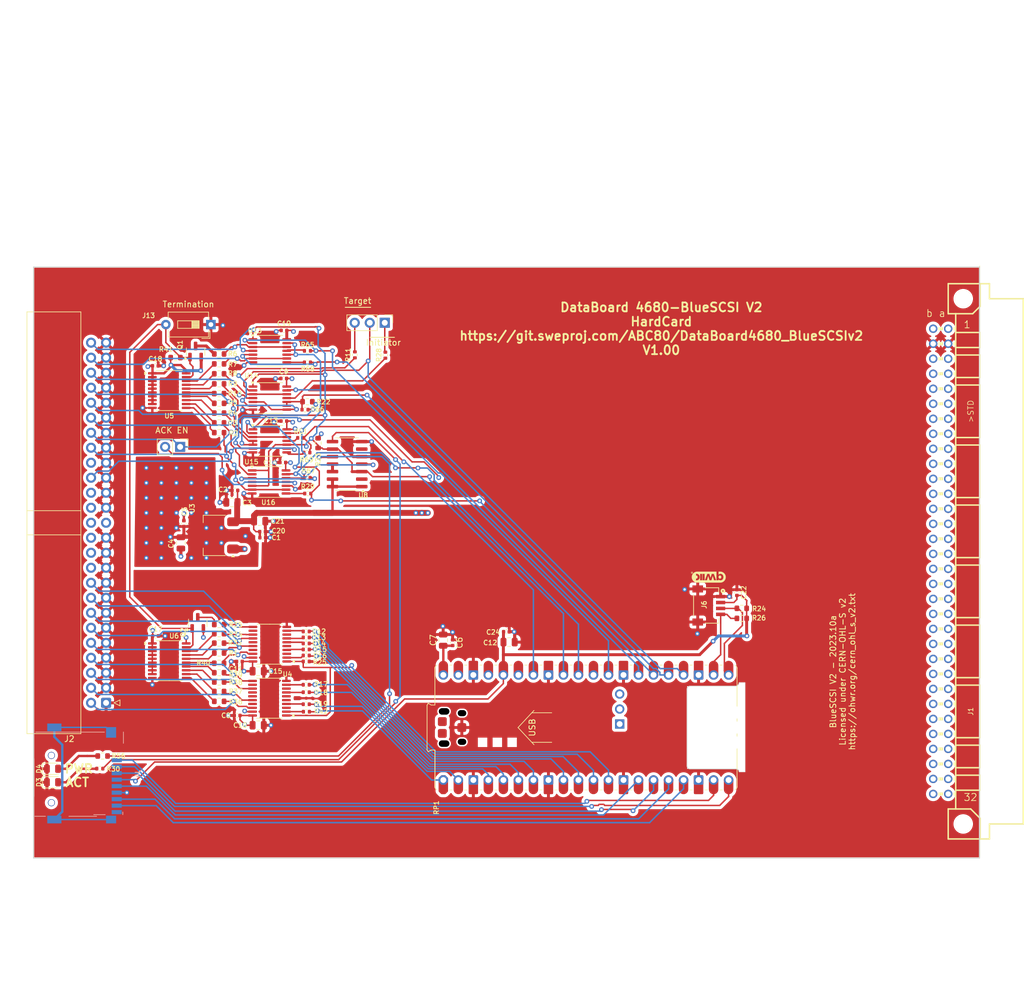
<source format=kicad_pcb>
(kicad_pcb
	(version 20240108)
	(generator "pcbnew")
	(generator_version "8.0")
	(general
		(thickness 1.6)
		(legacy_teardrops no)
	)
	(paper "A4")
	(layers
		(0 "F.Cu" signal)
		(1 "In1.Cu" signal)
		(2 "In2.Cu" signal)
		(31 "B.Cu" signal)
		(32 "B.Adhes" user "B.Adhesive")
		(33 "F.Adhes" user "F.Adhesive")
		(34 "B.Paste" user)
		(35 "F.Paste" user)
		(36 "B.SilkS" user "B.Silkscreen")
		(37 "F.SilkS" user "F.Silkscreen")
		(38 "B.Mask" user)
		(39 "F.Mask" user)
		(40 "Dwgs.User" user "User.Drawings")
		(41 "Cmts.User" user "User.Comments")
		(42 "Eco1.User" user "User.Eco1")
		(43 "Eco2.User" user "User.Eco2")
		(44 "Edge.Cuts" user)
		(45 "Margin" user)
		(46 "B.CrtYd" user "B.Courtyard")
		(47 "F.CrtYd" user "F.Courtyard")
		(48 "B.Fab" user)
		(49 "F.Fab" user)
	)
	(setup
		(stackup
			(layer "F.SilkS"
				(type "Top Silk Screen")
			)
			(layer "F.Paste"
				(type "Top Solder Paste")
			)
			(layer "F.Mask"
				(type "Top Solder Mask")
				(thickness 0.01)
			)
			(layer "F.Cu"
				(type "copper")
				(thickness 0.035)
			)
			(layer "dielectric 1"
				(type "prepreg")
				(thickness 0.1)
				(material "FR4")
				(epsilon_r 4.5)
				(loss_tangent 0.02)
			)
			(layer "In1.Cu"
				(type "copper")
				(thickness 0.035)
			)
			(layer "dielectric 2"
				(type "core")
				(thickness 1.24)
				(material "FR4")
				(epsilon_r 4.5)
				(loss_tangent 0.02)
			)
			(layer "In2.Cu"
				(type "copper")
				(thickness 0.035)
			)
			(layer "dielectric 3"
				(type "prepreg")
				(thickness 0.1)
				(material "FR4")
				(epsilon_r 4.5)
				(loss_tangent 0.02)
			)
			(layer "B.Cu"
				(type "copper")
				(thickness 0.035)
			)
			(layer "B.Mask"
				(type "Bottom Solder Mask")
				(thickness 0.01)
			)
			(layer "B.Paste"
				(type "Bottom Solder Paste")
			)
			(layer "B.SilkS"
				(type "Bottom Silk Screen")
			)
			(copper_finish "None")
			(dielectric_constraints no)
		)
		(pad_to_mask_clearance 0)
		(allow_soldermask_bridges_in_footprints no)
		(aux_axis_origin 100 63.8)
		(pcbplotparams
			(layerselection 0x00010fc_ffffffff)
			(plot_on_all_layers_selection 0x0000000_00000000)
			(disableapertmacros no)
			(usegerberextensions no)
			(usegerberattributes yes)
			(usegerberadvancedattributes yes)
			(creategerberjobfile yes)
			(dashed_line_dash_ratio 12.000000)
			(dashed_line_gap_ratio 3.000000)
			(svgprecision 6)
			(plotframeref no)
			(viasonmask no)
			(mode 1)
			(useauxorigin no)
			(hpglpennumber 1)
			(hpglpenspeed 20)
			(hpglpendiameter 15.000000)
			(pdf_front_fp_property_popups yes)
			(pdf_back_fp_property_popups yes)
			(dxfpolygonmode yes)
			(dxfimperialunits yes)
			(dxfusepcbnewfont yes)
			(psnegative no)
			(psa4output no)
			(plotreference yes)
			(plotvalue yes)
			(plotfptext yes)
			(plotinvisibletext no)
			(sketchpadsonfab no)
			(subtractmaskfromsilk no)
			(outputformat 1)
			(mirror no)
			(drillshape 0)
			(scaleselection 1)
			(outputdirectory "gerber")
		)
	)
	(net 0 "")
	(net 1 "GND")
	(net 2 "+2V8")
	(net 3 "+5V")
	(net 4 "iATN")
	(net 5 "oIO")
	(net 6 "oREQ")
	(net 7 "oSEL")
	(net 8 "oBSY")
	(net 9 "SD_CLK")
	(net 10 "oCD_iSEL")
	(net 11 "ATN")
	(net 12 "BSY")
	(net 13 "DBP")
	(net 14 "ACK")
	(net 15 "RST")
	(net 16 "MSG")
	(net 17 "SEL")
	(net 18 "CD")
	(net 19 "REQ")
	(net 20 "IO")
	(net 21 "DB7")
	(net 22 "DB6")
	(net 23 "DB5")
	(net 24 "DB4")
	(net 25 "DB3")
	(net 26 "DB2")
	(net 27 "DB1")
	(net 28 "DB0")
	(net 29 "+3V3")
	(net 30 "oMSG_iBSY")
	(net 31 "+5F")
	(net 32 "SD_CMD_MOSI")
	(net 33 "DB4T")
	(net 34 "DB5T")
	(net 35 "DB6T")
	(net 36 "DB7T")
	(net 37 "DBPT")
	(net 38 "DB0T")
	(net 39 "DB1T")
	(net 40 "DB3T")
	(net 41 "DB2T")
	(net 42 "SD_D0_MISO")
	(net 43 "DBPTr")
	(net 44 "Net-(D3-A)")
	(net 45 "Net-(D4-A)")
	(net 46 "SD_D1")
	(net 47 "SD_D2")
	(net 48 "unconnected-(J2-Pin_22-Pad22)")
	(net 49 "unconnected-(J2-Pin_20-Pad20)")
	(net 50 "unconnected-(J2-Pin_25-Pad25)")
	(net 51 "SD_D3_CS")
	(net 52 "iRST")
	(net 53 "unconnected-(J2-Pin_24-Pad24)")
	(net 54 "iACK")
	(net 55 "unconnected-(J2-Pin_30-Pad30)")
	(net 56 "unconnected-(J2-Pin_28-Pad28)")
	(net 57 "unconnected-(J2-Pin_34-Pad34)")
	(net 58 "SCL")
	(net 59 "iSEL")
	(net 60 "TRM_ON_J")
	(net 61 "unconnected-(J4-SHIELD-Pad10)")
	(net 62 "unconnected-(J4-CD-Pad9)")
	(net 63 "unconnected-(U8-Pad2)")
	(net 64 "Net-(J10-Pin_3)")
	(net 65 "Net-(J10-Pin_1)")
	(net 66 "Net-(R56-Pad1)")
	(net 67 "Net-(U8-Pad11)")
	(net 68 "Net-(Q1-D)")
	(net 69 "iBSY")
	(net 70 "iCD")
	(net 71 "iMSG")
	(net 72 "iIO")
	(net 73 "oACK")
	(net 74 "iREQ")
	(net 75 "SDA")
	(net 76 "Net-(Q2-D)")
	(net 77 "Net-(U5-B8)")
	(net 78 "Net-(U5-B7)")
	(net 79 "Net-(U5-B6)")
	(net 80 "Net-(U5-B5)")
	(net 81 "Net-(U5-B1)")
	(net 82 "Net-(U5-B2)")
	(net 83 "Net-(U5-B3)")
	(net 84 "Net-(U5-B4)")
	(net 85 "Net-(RP1-G8)")
	(net 86 "Net-(RP1-G7)")
	(net 87 "Net-(RP1-G6)")
	(net 88 "Net-(RP1-G5)")
	(net 89 "Net-(RP1-G4)")
	(net 90 "Net-(RP1-G3)")
	(net 91 "!oBSY")
	(net 92 "Net-(RP1-G2)")
	(net 93 "Net-(RP1-G1)")
	(net 94 "Net-(RP1-G0)")
	(net 95 "Net-(RP1-G28)")
	(net 96 "unconnected-(RP1-ADC_VREF-Pad35)")
	(net 97 "unconnected-(RP1-3v3_EN-Pad37)")
	(net 98 "unconnected-(RP1-VSYS-Pad39)")
	(net 99 "unconnected-(RP1-RUN-Pad30)")
	(net 100 "unconnected-(U4-B5-Pad14)")
	(net 101 "unconnected-(U4-A5-Pad6)")
	(net 102 "USB_DM")
	(net 103 "USB_DP")
	(net 104 "ACKDr")
	(net 105 "Net-(R30-Pad1)")
	(net 106 "unconnected-(U8-Pad6)")
	(net 107 "unconnected-(U4-A2-Pad3)")
	(net 108 "unconnected-(U4-B4-Pad15)")
	(net 109 "unconnected-(U4-A7-Pad8)")
	(net 110 "unconnected-(U4-B2-Pad17)")
	(net 111 "unconnected-(U4-B7-Pad12)")
	(net 112 "unconnected-(U4-A4-Pad5)")
	(net 113 "unconnected-(U9-B7-Pad12)")
	(net 114 "unconnected-(U9-B4-Pad15)")
	(net 115 "unconnected-(U9-A2-Pad3)")
	(net 116 "unconnected-(U9-A7-Pad8)")
	(net 117 "unconnected-(U9-A4-Pad5)")
	(net 118 "unconnected-(U9-B2-Pad17)")
	(net 119 "unconnected-(J1-Pin_b9-PadB9)")
	(net 120 "unconnected-(J1-Pin_a26-PadA26)")
	(net 121 "unconnected-(J1-Pin_b18-PadB18)")
	(net 122 "unconnected-(J1-Pin_b4-PadB4)")
	(net 123 "unconnected-(J1-Pin_a28-PadA28)")
	(net 124 "unconnected-(J1-Pin_b3-PadB3)")
	(net 125 "unconnected-(J1-Pin_a19-PadA19)")
	(net 126 "unconnected-(J1-Pin_a8-PadA8)")
	(net 127 "unconnected-(J1-Pin_a17-PadA17)")
	(net 128 "unconnected-(J1-Pin_a9-PadA9)")
	(net 129 "unconnected-(J1-Pin_a22-PadA22)")
	(net 130 "unconnected-(J1-Pin_a30-PadA30)")
	(net 131 "unconnected-(J1-Pin_b12-PadB12)")
	(net 132 "unconnected-(J1-Pin_b23-PadB23)")
	(net 133 "unconnected-(J1-Pin_a27-PadA27)")
	(net 134 "unconnected-(J1-Pin_b11-PadB11)")
	(net 135 "unconnected-(J1-Pin_a5-PadA5)")
	(net 136 "unconnected-(J1-Pin_a3-PadA3)")
	(net 137 "unconnected-(J1-Pin_a10-PadA10)")
	(net 138 "unconnected-(J1-Pin_a4-PadA4)")
	(net 139 "unconnected-(J1-Pin_a13-PadA13)")
	(net 140 "unconnected-(J1-Pin_b26-PadB26)")
	(net 141 "unconnected-(J1-Pin_b20-PadB20)")
	(net 142 "unconnected-(J1-Pin_b22-PadB22)")
	(net 143 "unconnected-(J1-Pin_b28-PadB28)")
	(net 144 "unconnected-(J1-Pin_a15-PadA15)")
	(net 145 "unconnected-(J1-Pin_b19-PadB19)")
	(net 146 "unconnected-(J1-Pin_a7-PadA7)")
	(net 147 "unconnected-(J1-Pin_b6-PadB6)")
	(net 148 "unconnected-(J1-Pin_a12-PadA12)")
	(net 149 "unconnected-(J1-Pin_b25-PadB25)")
	(net 150 "unconnected-(J1-Pin_b30-PadB30)")
	(net 151 "unconnected-(J1-Pin_b1-PadB1)")
	(net 152 "unconnected-(J1-Pin_b21-PadB21)")
	(net 153 "unconnected-(J1-Pin_a25-PadA25)")
	(net 154 "unconnected-(J1-Pin_b29-PadB29)")
	(net 155 "unconnected-(J1-Pin_b17-PadB17)")
	(net 156 "unconnected-(J1-Pin_b7-PadB7)")
	(net 157 "unconnected-(J1-Pin_a18-PadA18)")
	(net 158 "unconnected-(J1-Pin_a20-PadA20)")
	(net 159 "unconnected-(J1-Pin_b15-PadB15)")
	(net 160 "unconnected-(J1-Pin_b32-PadB32)")
	(net 161 "unconnected-(J1-Pin_b8-PadB8)")
	(net 162 "unconnected-(J1-Pin_a6-PadA6)")
	(net 163 "unconnected-(J1-Pin_a23-PadA23)")
	(net 164 "unconnected-(J1-Pin_b27-PadB27)")
	(net 165 "unconnected-(J1-Pin_a1-PadA1)")
	(net 166 "unconnected-(J1-Pin_b13-PadB13)")
	(net 167 "unconnected-(J1-Pin_b16-PadB16)")
	(net 168 "unconnected-(J1-Pin_a14-PadA14)")
	(net 169 "unconnected-(J1-Pin_b5-PadB5)")
	(net 170 "unconnected-(J1-Pin_a32-PadA32)")
	(net 171 "unconnected-(J1-Pin_b10-PadB10)")
	(net 172 "unconnected-(J1-Pin_a16-PadA16)")
	(net 173 "unconnected-(J1-Pin_b14-PadB14)")
	(net 174 "unconnected-(J1-Pin_a11-PadA11)")
	(net 175 "unconnected-(J1-Pin_a21-PadA21)")
	(net 176 "unconnected-(J1-Pin_b24-PadB24)")
	(net 177 "unconnected-(J1-Pin_a29-PadA29)")
	(net 178 "unconnected-(J1-Pin_a24-PadA24)")
	(net 179 "Net-(U6-B3)")
	(net 180 "Net-(U6-B2)")
	(net 181 "Net-(U6-B1)")
	(net 182 "Net-(U6-B8)")
	(net 183 "Net-(U6-B7)")
	(net 184 "Net-(U6-B6)")
	(net 185 "Net-(U6-B5)")
	(net 186 "Net-(U6-B4)")
	(net 187 "unconnected-(RP1-ADC_VREF-Pad35)_1")
	(net 188 "unconnected-(RP1-VSYS-Pad39)_1")
	(net 189 "unconnected-(RP1-3v3_EN-Pad37)_1")
	(net 190 "unconnected-(RP1-RUN-Pad30)_1")
	(footprint "Capacitor_SMD:C_0805_2012Metric" (layer "F.Cu") (at 113.538 99.822 180))
	(footprint "Capacitor_SMD:C_0805_2012Metric" (layer "F.Cu") (at 104.902 106.68 -90))
	(footprint "Package_TO_SOT_SMD:SOT-223-3_TabPin2" (layer "F.Cu") (at 110.592 105.41 180))
	(footprint "Capacitor_SMD:C_0402_1005Metric" (layer "F.Cu") (at 118.745 105.791))
	(footprint "Capacitor_SMD:C_0402_1005Metric" (layer "F.Cu") (at 114.046 97.79 180))
	(footprint "Capacitor_SMD:C_0402_1005Metric" (layer "F.Cu") (at 105.41 103.406 90))
	(footprint "Capacitor_SMD:C_0805_2012Metric" (layer "F.Cu") (at 160.4264 123.4694))
	(footprint "Resistor_SMD:R_0402_1005Metric" (layer "F.Cu") (at 126.1384 135.255 180))
	(footprint "Resistor_SMD:R_0603_1608Metric" (layer "F.Cu") (at 91.6686 142.748 180))
	(footprint "Resistor_SMD:R_0402_1005Metric" (layer "F.Cu") (at 125.9078 84.1248 180))
	(footprint "Resistor_SMD:R_0402_1005Metric" (layer "F.Cu") (at 91.186 144.8816 180))
	(footprint "Package_TO_SOT_SMD:SOT-23" (layer "F.Cu") (at 107.3912 74.2927 90))
	(footprint "Resistor_SMD:R_0603_1608Metric" (layer "F.Cu") (at 111.3793 128.6486))
	(footprint "Capacitor_SMD:C_0402_1005Metric" (layer "F.Cu") (at 100.612 122.428))
	(footprint "Resistor_SMD:R_0402_1005Metric" (layer "F.Cu") (at 126.113 125.73 180))
	(footprint "Resistor_SMD:R_0603_1608Metric" (layer "F.Cu") (at 111.379 84.709))
	(footprint "Resistor_SMD:R_0603_1608Metric" (layer "F.Cu") (at 199.788741 117.752345))
	(footprint "Resistor_SMD:R_0402_1005Metric" (layer "F.Cu") (at 126.2614 95.6564))
	(footprint "Connector_IDC:IDC-Header_2x25_P2.54mm_Horizontal" (layer "F.Cu") (at 92.25 133.75 180))
	(footprint "Resistor_SMD:R_0603_1608Metric" (layer "F.Cu") (at 111.3793 123.6448))
	(footprint "Package_SO:TSSOP-20_4.4x6.5mm_P0.65mm" (layer "F.Cu") (at 102.9385 80.895))
	(footprint "Resistor_SMD:R_0603_1608Metric" (layer "F.Cu") (at 111.3831 133.5))
	(footprint "Resistor_SMD:R_0603_1608Metric" (layer "F.Cu") (at 111.379 83.058))
	(footprint "Package_SO:TSSOP-14_4.4x5mm_P0.65mm" (layer "F.Cu") (at 119.9565 82.169))
	(footprint "BlackSASI:FAB64Q"
		(layer "F.Cu")
		(uuid "26208410-b861-443a-96ab-4be8c1b4e911")
		(at 237.25 109.8)
		(descr "<b>DIN 41612 CONNECTOR</b>\n<p>\nMale, 64 pins, type B, rows ab, grid 2.54 mm<br />\nFemale, 64 bits, type Q, rows ab, grid 2.54 mm<br />\nB mates with Q, but pin numbers reversed\n</p>")
		(property "Reference" "J1"
			(at 1.27 25.4 90)
			(layer "F.SilkS")
			(uuid "13087239-ed6a-43c7-b15a-24cec44e09eb")
			(effects
				(font
					(size 0.8 0.8)
					(thickness 0.12065)
				)
			)
		)
		(property "Value" "Conn_02x32_Row_Letter_First"
			(at 1.27 5.1054 90)
			(layer "F.Fab")
			(uuid "6247e465-381f-4619-8f0a-f9e43208278e")
			(effects
				(font
					(size 1.2065 1.2065)
					(thickness 0.12065)
				)
			)
		)
		(property "Footprint" "BlackSASI:FAB64Q"
			(at 0 0 0)
			(layer "F.Fab")
			(hide yes)
			(uuid "d027eda5-0b2f-421a-a229-90d8e6b161e1")
			(effects
				(font
					(size 1.27 1.27)
					(thickness 0.15)
				)
			)
		)
		(property "Datasheet" ""
			(at 0 0 0)
			(layer "F.Fab")
			(hide yes)
			(uuid "20ec8b47-169f-427a-a1cf-5fdfef213965")
			(effects
				(font
					(size 1.27 1.27)
					(thickness 0.15)
				)
			)
		)
		(property "Description" "Generic connector, double row, 02x32, row letter first pin numbering scheme (pin number consists of a letter for the row and a number for the pin index in this row. a1, ..., aN; b1, ..., bN), script generated (kicad-library-utils/schlib/autogen/connector/)"
			(at 0 0 0)
			(layer "F.Fab")
			(hide yes)
			(uuid "f08dad7b-b8e7-42e9-9ba5-c348c261e890")
			(effects
				(font
					(size 1.27 1.27)
					(thickness 0.15)
				)
			)
		)
		(property "JLC Part#" ""
			(at 0 0 0)
			(unlocked yes)
			(layer "F.Fab")
			(hide yes)
			(uuid "19db3a7e-b123-427f-a3fd-8724e1b058f8")
			(effects
				(font
					(size 1 1)
					(thickness 0.15)
				)
			)
		)
		(property ki_fp_filters "Connector*:*_2x??_*")
		(path "/f03a5fc0-9798-4033-842c-4371c8fa3a63/0da800b7-5ded-4613-a609-6dc6dede600b")
		(sheetname "SCSI_And_Power")
		(sheetfile "SCSI_And_Power.kicad_sch")
		(attr through_hole)
		(fp_line
			(start -2.54 -46.99)
			(end -2.54 -41.91)
			(stroke
				(width 0.254)
				(type solid)
			)
			(layer "F.SilkS")
			(uuid "7fe355ae-2b60-419b-8ca9-7b773909a919")
		)
		(fp_line
			(start -2.54 -41.91)
			(end -1.27 -41.91)
			(stroke
				(width 0.254)
				(type solid)
			)
			(layer "F.SilkS")
			(uuid "ca1eea0f-6eec-4e05-80d6-f9e06a356ad1")
		)
		(fp_line
			(start -2.54 41.91)
			(end -2.54 46.99)
			(stroke
				(width 0.254)
				(type solid)
			)
			(layer "F.SilkS")
			(uuid "747409f7-f7e6-403b-8eb1-5e72662ec4c1")
		)
		(fp_line
			(start -2.54 41.91)
			(end -1.27 41.91)
			(stroke
				(width 0.254)
				(type solid)
			)
			(layer "F.SilkS")
			(uuid "9d42bcf1-305e-4df9-9642-4a9807f0269d")
		)
		(fp_line
			(start -2.54 46.99)
			(end 2.8702 46.99)
			(stroke
				(width 0.254)
				(type solid)
			)
			(layer "F.SilkS")
			(uuid "3e519f2c-1d97-4dc1-b426-e217a2f6715a")
		)
		(fp_line
			(start -1.27 -41.91)
			(end -1.27 -38.735)
			(stroke
				(width 0.254)
				(type solid)
			)
			(layer "F.SilkS")
			(uuid "c29f44a0-7057-40a5-8b1b-3f708fc410d9")
		)
		(fp_line
			(start -1.27 -41.91)
			(end 1.6002 -41.91)
			(stroke
				(width 0.254)
				(type solid)
			)
			(layer "F.SilkS")
			(uuid "5e33f08f-357a-45af-be65-18a5f560d149")
		)
		(fp_line
			(start -1.27 -38.735)
			(end -1.27 -36.195)
			(stroke
				(width 0.254)
				(type solid)
			)
			(layer "F.SilkS")
			(uuid "a8d1c501-979d-45c0-a2d5-c4c5b1bffe42")
		)
		(fp_line
			(start -1.27 -36.195)
			(end -1.27 -34.925)
			(stroke
				(width 0.254)
				(type solid)
			)
			(layer "F.SilkS")
			(uuid "f1031821-08fa-43c6-a8ec-9ad6491f88ee")
		)
		(fp_line
			(start -1.27 -34.925)
			(end -1.27 -31.115)
			(stroke
				(width 0.254)
				(type solid)
			)
			(layer "F.SilkS")
			(uuid "9a4aa2cb-8636-47b9-9dc5-22e90707da90")
		)
		(fp_line
			(start -1.27 -31.115)
			(end -1.27 -29.845)
			(stroke
				(width 0.254)
				(type solid)
			)
			(layer "F.SilkS")
			(uuid "14b5d4bd-ef60-445b-9e3a-ff45b7e111f5")
		)
		(fp_line
			(start -1.27 -29.845)
			(end -1.27 -20.955)
			(stroke
				(width 0.254)
				(type solid)
			)
			(layer "F.SilkS")
			(uuid "020b770c-6288-4c35-a64d-cff6006c4bd6")
		)
		(fp_line
			(start -1.27 -20.955)
			(end -1.27 -19.685)
			(stroke
				(width 0.254)
				(type solid)
			)
			(layer "F.SilkS")
			(uuid "2a344c93-ff9a-4149-8601-597681d1c130")
		)
		(fp_line
			(start -1.27 -19.685)
			(end -1.27 -10.795)
			(stroke
				(width 0.254)
				(type solid)
			)
			(layer "F.SilkS")
			(uuid "3551ea3d-4a5a-4e7a-a9d1-e6cead56cfad")
		)
		(fp_line
			(start -1.27 -10.795)
			(end -1.27 -9.525)
			(stroke
				(width 0.254)
				(type solid)
			)
			(layer "F.SilkS")
			(uuid "c742c6fa-fe37-41fd-aa9c-94d9784ff366")
		)
		(fp_line
			(start -1.27 -9.525)
			(end -1.27 -0.635)
			(stroke
				(width 0.254)
				(type solid)
			)
			(layer "F.SilkS")
			(uuid "40802b4a-bde8-4270-b283-d48de14e2940")
		)
		(fp_line
			(start -1.27 -0.635)
			(end -1.27 0.635)
			(stroke
				(width 0.254)
				(type solid)
			)
			(layer "F.SilkS")
			(uuid "7e5e78a6-db3e-4d72-adea-da016d8b50b7")
		)
		(fp_line
			(start -1.27 0.635)
			(end -1.27 9.525)
			(stroke
				(width 0.254)
				(type solid)
			)
			(layer "F.SilkS")
			(uuid "ea9317b7-fbb6-45ef-9734-2d7e2d0c1c4b")
		)
		(fp_line
			(start -1.27 9.525)
			(end -1.27 10.795)
			(stroke
				(width 0.254)
				(type solid)
			)
			(layer "F.SilkS")
			(uuid "6ef6cc35-22ff-456b-b5ca-3e8989abc4aa")
		)
		(fp_line
			(start -1.27 10.795)
			(end -1.27 19.685)
			(stroke
				(width 0.254)
				(type solid)
			)
			(layer "F.SilkS")
			(uuid "c0acbf16-6105-4222-82c0-f139af1464df")
		)
		(fp_line
			(start -1.27 19.685)
			(end -1.27 20.955)
			(stroke
				(width 0.254)
				(type solid)
			)
			(layer "F.SilkS")
			(uuid "ca96b7e3-84a6-425e-99c0-0ce1c647a6e8")
		)
		(fp_line
			(start -1.27 20.955)
			(end -1.27 29.845)
			(stroke
				(width 0.254)
				(type solid)
			)
			(layer "F.SilkS")
			(uuid "330dbb8a-4b18-4a61-a1f3-037b91e215dc")
		)
		(fp_line
			(start -1.27 29.845)
			(end -1.27 31.115)
			(stroke
				(width 0.254)
				(type solid)
			)
			(layer "F.SilkS")
			(uuid "5fdf6a28-2b27-4159-81b7-ece58a025484")
		)
		(fp_line
			(start -1.27 31.115)
			(end -1.27 34.925)
			(stroke
				(width 0.254)
				(type solid)
			)
			(layer "F.SilkS")
			(uuid "a8229095-8e57-453a-8daa-5478505adf88")
		)
		(fp_line
			(start -1.27 34.925)
			(end -1.27 36.195)
			(stroke
				(width 0.254)
				(type solid)
			)
			(layer "F.SilkS")
			(uuid "9c3dcb23-dd18-4d3b-b295-374cc9954177")
		)
		(fp_line
			(start -1.27 36.195)
			(end -1.27 38.735)
			(stroke
				(width 0.254)
				(type solid)
			)
			(layer "F.SilkS")
			(uuid "11cd697a-6a19-477f-9092-fa42d0667cb8")
		)
		(fp_line
			(start -1.27 38.735)
			(end -1.27 41.91)
			(stroke
				(width 0.254)
				(type solid)
			)
			(layer "F.SilkS")
			(uuid "9b79be80-9070-4cf0-9b6c-38c0df5055cf")
		)
		(fp_line
			(start -1.27 41.91)
			(end 1.27 41.91)
			(stroke
				(width 0.254)
				(type solid)
			)
			(layer "F.SilkS")
			(uuid "1c46a719-d2b7-48f8-8b81-4ec08943bb79")
		)
		(fp_line
			(start 1.6002 -41.91)
			(end 2.8702 -43.18)
			(stroke
				(width 0.254)
				(type solid)
			)
			(layer "F.SilkS")
			(uuid "3c7a5e40-d751-48d1-9673-51392235952d")
		)
		(fp_line
			(start 2.794 -38.735)
			(end -1.27 -38.735)
			(stroke
				(width 0.254)
				(type solid)
			)
			(layer "F.SilkS")
			(uuid "68ca1535-9261-4efd-ad33-3c9298c72c97")
		)
		(fp_line
			(start 2.794 -38.735)
			(end 2.794 -36.195)
			(stroke
				(width 0.254)
				(type solid)
			)
			(layer "F.SilkS")
			(uuid "93d99937-4db7-46c9-a190-ef6e94f0e64e")
		)
		(fp_line
			(start 2.794 -36.195)
			(end -1.27 -36.195)
			(stroke
				(width 0.254)
				(type solid)
			)
			(layer "F.SilkS")
			(uuid "0bddc830-6382-4a58-acc2-8bbe88aedcbd")
		)
		(fp_line
			(start 2.794 -34.925)
			(end -1.27 -34.925)
			(stroke
				(width 0.254)
				(type solid)
			)
			(layer "F.SilkS")
			(uuid "55824bad-f6dc-45d6-9473-ae95904cd953")
		)
		(fp_line
			(start 2.794 -34.925)
			(end 2.794 -31.115)
			(stroke
				(width 0.254)
				(type solid)
			)
			(layer "F.SilkS")
			(uuid "013d383d-67b6-40f0-a5e6-8e72efd64702")
		)
		(fp_line
			(start 2.794 -31.115)
			(end -1.27 -31.115)
			(stroke
				(width 0.254)
				(type solid)
			)
			(layer "F.SilkS")
			(uuid "6cdb74f4-6802-4a22-b292-4f763b027661")
		)
		(fp_line
			(start 2.794 -29.845)
			(end -1.27 -29.845)
			(stroke
				(width 0.254)
				(type solid)
			)
			(layer "F.SilkS")
			(uuid "6d195c0a-c6b4-43ec-9385-cc27946e430f")
		)
		(fp_line
			(start 2.794 -29.845)
			(end 2.794 -20.955)
			(stroke
				(width 0.254)
				(type solid)
			)
			(layer "F.SilkS")
			(uuid "6c872904-2ec4-45bc-ab7f-1f7ec00fde5a")
		)
		(fp_line
			(start 2.794 -20.955)
			(end -1.27 -20.955)
			(stroke
				(width 0.254)
				(type solid)
			)
			(layer "F.SilkS")
			(uuid "689f1c0b-2b17-441f-8c9e-39f6ffbf693a")
		)
		(fp_line
			(start 2.794 -19.685)
			(end -1.27 -19.685)
			(stroke
				(width 0.254)
				(type solid)
			)
			(layer "F.SilkS")
			(uuid "24bb3102-572c-4d1c-9d25-68b2681b9739")
		)
		(fp_line
			(start 2.794 -19.685)
			(end 2.794 -10.795)
			(stroke
				(width 0.254)
				(type solid)
			)
			(layer "F.SilkS")
			(uuid "e2118888-8a24-4b1b-ab1d-84b68ac0f39a")
		)
		(fp_line
			(start 2.794 -10.795)
			(end -1.27 -10.795)
			(stroke
				(width 0.254)
				(type solid)
			)
			(layer "F.SilkS")
			(uuid "3fc71316-f997-4172-80b6-37c595c434cf")
		)
		(fp_line
			(start 2.794 -9.525)
			(end -1.27 -9.525)
			(stroke
				(width 0.254)
				(type solid)
			)
			(layer "F.SilkS")
			(uuid "61ccc254-1e50-4750-8b03-738a1ac652a4")
		)
		(fp_line
			(start 2.794 -9.525)
			(end 2.794 -0.635)
			(stroke
				(width 0.254)
				(type solid)
			)
			(layer "F.SilkS")
			(uuid "52a6bcc5-3aaf-4952-bad4-efc5c1b55344")
		)
		(fp_line
			(start 2.794 -0.635)
			(end -1.27 -0.635)
			(stroke
				(width 0.254)
				(type solid)
			)
			(layer "F.SilkS")
			(uuid "e83e3a9f-7c28-4fec-b426-63f479d77671")
		)
		(fp_line
			(start 2.794 0.635)
			(end -1.27 0.635)
			(stroke
				(width 0.254)
				(type solid)
			)
			(layer "F.SilkS")
			(uuid "92a2884d-a2bf-4eb4-a201-06aa63c126de")
		)
		(fp_line
			(start 2.794 0.635)
			(end 2.794 9.525)
			(stroke
				(width 0.254)
				(type solid)
			)
			(layer "F.SilkS")
			(uuid "b8574c7f-c44e-4fec-a696-ff4dbee517b5")
		)
		(fp_line
			(start 2.794 9.525)
			(end -1.27 9.525)
			(stroke
				(width 0.254)
				(type solid)
			)
			(layer "F.SilkS")
			(uuid "c46228b6-7b29-4579-a7ee-4c8152738428")
		)
		(fp_line
			(start 2.794 10.795)
			(end -1.27 10.795)
			(stroke
				(width 0.254)
				(type solid)
			)
			(layer "F.SilkS")
			(uuid "de80f79b-4205-4091-8116-30e6df6c0c1a")
		)
		(fp_line
			(start 2.794 10.795)
			(end 2.794 19.685)
			(stroke
				(width 0.254)
				(type solid)
			)
			(layer "F.SilkS")
			(uuid "05627e56-bbdf-4ee4-8bdb-2e5ebc14362e")
		)
		(fp_line
			(start 2.794 19.685)
			(end -1.27 19.685)
			(stroke
				(width 0.254)
				(type solid)
			)
			(layer "F.SilkS")
			(uuid "2b1fe4c1-610a-4cf2-8968-98e3f8f2297e")
		)
		(fp_line
			(start 2.794 20.955)
			(end -1.27 20.955)
			(stroke
				(width 0.254)
				(type solid)
			)
			(layer "F.SilkS")
			(uuid "3e3a18aa-eed5-4fa4-a364-5f1d07cb675b")
		)
		(fp_line
			(start 2.794 20.955)
			(end 2.794 29.845)
			(stroke
				(width 0.254)
				(type solid)
			)
			(layer "F.SilkS")
			(uuid "543e681b-53f9-4210-b717-ffc7b9d635af")
		)
		(fp_line
			(start 2.794 29.845)
			(end -1.27 29.845)
			(stroke
				(width 0.254)
				(type solid)
			)
			(layer "F.SilkS")
			(uuid "e7c3cca8-c65f-4cd8-8196-7c1dfd0377d8")
		)
		(fp_line
			(start 2.794 31.115)
			(end -1.27 31.115)
			(stroke
				(width 0.254)
				(type solid)
			)
			(layer "F.SilkS")
			(uuid "9497d1cb-95d7-4aa0-a530-4be000a8cc0d")
		)
		(fp_line
			(start 2.794 31.115)
			(end 2.794 34.925)
			(stroke
				(width 0.254)
				(type solid)
			)
			(layer "F.SilkS")
			(uuid "45eb00da-c09d-473a-bd8d-3cb78bb74aa9")
		)
		(fp_line
			(start 2.794 34.925)
			(end -1.27 34.925)
			(stroke
				(width 0.254)
				(type solid)
			)
			(layer "F.SilkS")
			(uuid "e0edd9a1-59d1-44b0-bb94-d6d8239984c3")
		)
		(fp_line
			(start 2.794 36.195)
			(end -1.27 36.195)
			(stroke
				(width 0.254)
				(type solid)
			)
			(layer "F.SilkS")
			(uuid "f2896169-8e41-4390-a888-a9e7a65ef6d5")
		)
		(fp_line
			(start 2.794 36.195)
			(end 2.794 38.735)
			(stroke
				(width 0.254)
				(type solid)
			)
			(layer "F.SilkS")
			(uuid "373eec37-a790-4669-8468-ce8556bad29b")
		)
		(fp_line
			(start 2.794 38.735)
			(end -1.27 38.735)
			(stroke
				(width 0.254)
				(type solid)
			)
			(layer "F.SilkS")
			(uuid "5fe06bb1-21c5-4f09-ba32-4f43d333198b")
		)
		(fp_line
			(start 2.794 50.0126)
			(end 2.794 -50.0126)
			(stroke
				(width 0.12)
				(type solid)
			)
			(layer "F.SilkS")
			(uuid "2f6da1a4-b087-474f-899c-9c0f0d191682")
		)
		(fp_line
			(start 2.8702 -46.99)
			(end -2.54 -46.99)
			(stroke
				(width 0.254)
				(type solid)
			)
			(layer "F.SilkS")
			(uuid "e087bc04-9ed9-44d3-9eee-6b1506d90c16")
		)
		(fp_line
			(start 2.8702 -43.18)
			(end 2.8702 -46.99)
			(stroke
				(width 0.254)
				(type solid)
			)
			(layer "F.SilkS")
			(uuid "e45100a3-ad86-44da-9755-4bd83fc098a3")
		)
		(fp_line
			(start 2.8702 43.5102)
			(end 1.27 41.91)
			(stroke
				(width 0.254)
				(type solid)
			)
			(layer "F.SilkS")
			(uuid "2038847f-e0e4-4fa9-b5a7-0fa481e0c396")
		)
		(fp_line
			(start 2.8702 43.5102)
			(end 2.8702 46.99)
			(stroke
				(width 0.254)
				(type solid)
			)
			(layer "F.SilkS")
			(uuid "a7e6f98d-c6e0-4296-b20e-2e55d4ce2492")
		)
		(fp_line
			(start 2.8702 46.99)
			(end 4.445 46.99)
			(stroke
				(width 0.254)
				(type solid)
			)
			(layer "F.SilkS")
			(uuid "2e6df4de-7da2-488f-a682-d2816290f0e5")
		)
		(fp_line
			(start 4.445 -46.99)
			(end 2.8702 -46.99)
			(stroke
				(width 0.254)
				(type solid)
			)
			(layer "F.SilkS")
			(uuid "a5cff852-192d-4a28-8ee3-35be4d64236e")
		)
		(fp_line
			(start 4.445 -44.45)
			(end 4.445 -46.99)
			(stroke
				(width 0.254)
				(type solid)
			)
			(layer "F.SilkS")
			(uuid "c1ba7f98-1abb-458b-89ea-8ab8853b1e3a")
		)
		(fp_line
			(start 4.445 44.45)
			(end 10.16 44.45)
			(stroke
				(width 0.254)
				(type solid)
			)
			(layer "F.SilkS")
			(uuid "bf3a9abd-cc45-443e-b159-9c0020e2dd45")
		)
		(fp_line
			(start 4.445 46.99)
			(end 4.445 44.45)
			(stroke
				(width 0.254)
				(type solid)
			)
			(layer "F.SilkS")
			(uuid "4845cc1e-fbe1-4db1-8065-b3a59339efc6")
		)
		(fp_line
			(start 10.16 -44.45)
			(end 4.445 -44.45)
			(stroke
				(width 0.254)
				(type solid)
			)
			(layer "F.SilkS")
			(uuid "57f0b5f6-945b-433b-b255-94845596ec53")
		)
		(fp_line
			(start 10.16 44.45)
			(end 10.16 -44.45)
			(stroke
				(width 0.254)
				(type solid)
			)
			(layer "F.SilkS")
			(uuid "abc8892c-a38a-474c-9383-5712a75279f8")
		)
		(fp_circle
			(center 0 -44.45)
			(end 1.27 -44.45)
			(stroke
				(width 0.254)
				(type solid)
			)
			(fill none)
			(layer "F.SilkS")
			(uuid "0384e95f-b817-4fce-b670-596013b251c1")
		)
		(fp_circle
			(center 0 44.45)
			(end 1.27 44.45)
			(stroke
				(width 0.254)
				(type solid)
			)
			(fill none)
			(layer "F.SilkS")
			(uuid "bc197296-be97-4188-b31a-4765fffc8da7")
		)
		(fp_poly
			(pts
				(xy -4.191 -39.116) (xy -3.429 -39.116) (xy -3.429 -39.624) (xy -4.191 -39.624)
			)
			(stroke
				(width 0)
				(type solid)
			)
			(fill solid)
			(layer "F.SilkS")
			(uuid "cfed0a5a-e5a1-4ecb-9ac3-fa0b53f6680f")
		)
		(fp_poly
			(pts
				(xy -4.191 -36.576) (xy -3.429 -36.576) (xy -3.429 -37.084) (xy -4.191 -37.084)
			)
			(stroke
				(width 0)
				(type solid)
			)
			(fill solid)
			(layer "F.SilkS")
			(uuid "fff05cc0-bc44-495a-acd4-e1c850513e5d")
		)
		(fp_poly
			(pts
				(xy -4.191 -34.036) (xy -3.429 -34.036) (xy -3.429 -34.544) (xy -4.191 -34.544)
			)
			(stroke
				(width 0)
				(type solid)
			)
			(fill solid)
			(layer "F.SilkS")
			(uuid "756bc392-a319-41f8-949a-44f46ce46f59")
		)
		(fp_poly
			(pts
				(xy -4.191 -31.496) (xy -3.429 -31.496) (xy -3.429 -32.004) (xy -4.191 -32.004)
			)
			(stroke
				(width 0)
				(type solid)
			)
			(fill solid)
			(layer "F.SilkS")
			(uuid "54c521e8-670b-4b3e-a5d6-1934970a1771")
		)
		(fp_poly
			(pts
				(xy -4.191 -28.956) (xy -3.429 -28.956) (xy -3.429 -29.464) (xy -4.191 -29.464)
			)
			(stroke
				(width 0)
				(type solid)
			)
			(fill solid)
			(layer "F.SilkS")
			(uuid "23c9f790-0f57-4ec9-8cce-601fd01800c2")
		)
		(fp_poly
			(pts
				(xy -4.191 -26.416) (xy -3.429 -26.416) (xy -3.429 -26.924) (xy -4.191 -26.924)
			)
			(stroke
				(width 0)
				(type solid)
			)
			(fill solid)
			(layer "F.SilkS")
			(uuid "4a797197-9f15-4c65-8c33-433987a8ad6e")
		)
		(fp_poly
			(pts
				(xy -4.191 -23.876) (xy -3.429 -23.876) (xy -3.429 -24.384) (xy -4.191 -24.384)
			)
			(stroke
				(width 0)
				(type solid)
			)
			(fill solid)
			(layer "F.SilkS")
			(uuid "9a598164-3961-4fa6-a42c-aae4a22bda37")
		)
		(fp_poly
			(pts
				(xy -4.191 -21.336) (xy -3.429 -21.336) (xy -3.429 -21.844) (xy -4.191 -21.844)
			)
			(stroke
				(width 0)
				(type solid)
			)
			(fill solid)
			(layer "F.SilkS")
			(uuid "b03c16e8-1399-487b-8c1a-3e40a9372f1f")
		)
		(fp_poly
			(pts
				(xy -4.191 -18.796) (xy -3.429 -18.796) (xy -3.429 -19.304) (xy -4.191 -19.304)
			)
			(stroke
				(width 0)
				(type solid)
			)
			(fill solid)
			(layer "F.SilkS")
			(uuid "5c556d2c-ea83-49a3-a433-d9915ce5722f")
		)
		(fp_poly
			(pts
				(xy -4.191 -16.256) (xy -3.429 -16.256) (xy -3.429 -16.764) (xy -4.191 -16.764)
			)
			(stroke
				(width 0)
				(type solid)
			)
			(fill solid)
			(layer "F.SilkS")
			(uuid "1ad594cd-9d37-4030-91fc-d33c511b04ad")
		)
		(fp_poly
			(pts
				(xy -4.191 -13.716) (xy -3.429 -13.716) (xy -3.429 -14.224) (xy -4.191 -14.224)
			)
			(stroke
				(width 0)
				(type solid)
			)
			(fill solid)
			(layer "F.SilkS")
			(uuid "fd6e869f-ff83-4e3d-90e2-3215758f2ba6")
		)
		(fp_poly
			(pts
				(xy -4.191 -11.176) (xy -3.429 -11.176) (xy -3.429 -11.684) (xy -4.191 -11.684)
			)
			(stroke
				(width 0)
				(type solid)
			)
			(fill solid)
			(layer "F.SilkS")
			(uuid "0df4f498-a6f0-4536-966c-94c2816936c5")
		)
		(fp_poly
			(pts
				(xy -4.191 -8.636) (xy -3.429 -8.636) (xy -3.429 -9.144) (xy -4.191 -9.144)
			)
			(stroke
				(width 0)
				(type solid)
			)
			(fill solid)
			(layer "F.SilkS")
			(uuid "ec4ab9eb-a71a-45bf-94a4-4084a4073678")
		)
		(fp_poly
			(pts
				(xy -4.191 -6.096) (xy -3.429 -6.096) (xy -3.429 -6.604) (xy -4.191 -6.604)
			)
			(stroke
				(width 0)
				(type solid)
			)
			(fill solid)
			(layer "F.SilkS")
			(uuid "46da58b4-4f1a-4336-94fb-4e57e3630de0")
		)
		(fp_poly
			(pts
				(xy -4.191 -3.556) (xy -3.429 -3.556) (xy -3.429 -4.064) (xy -4.191 -4.064)
			)
			(stroke
				(width 0)
				(type solid)
			)
			(fill solid)
			(layer "F.SilkS")
			(uuid "33c6b068-8e36-4b9b-9c97-9e20eb62cff6")
		)
		(fp_poly
			(pts
				(xy -4.191 -1.016) (xy -3.429 -1.016) (xy -3.429 -1.524) (xy -4.191 -1.524)
			)
			(stroke
				(width 0)
				(type solid)
			)
			(fill solid)
			(layer "F.SilkS")
			(uuid "b156e0ef-0309-4b15-9bda-f56a1ef37688")
		)
		(fp_poly
			(pts
				(xy -4.191 1.524) (xy -3.429 1.524) (xy -3.429 1.016) (xy -4.191 1.016)
			)
			(stroke
				(width 0)
				(type solid)
			)
			(fill solid)
			(layer "F.SilkS")
			(uuid "663b9166-8708-4062-b82f-89a4d86c247b")
		)
		(fp_poly
			(pts
				(xy -4.191 4.064) (xy -3.429 4.064) (xy -3.429 3.556) (xy -4.191 3.556)
			)
			(stroke
				(width 0)
				(type solid)
			)
			(fill solid)
			(layer "F.SilkS")
			(uuid "26ee9e88-eb4b-48a6-b3fd-20316d735a03")
		)
		(fp_poly
			(pts
				(xy -4.191 6.604) (xy -3.429 6.604) (xy -3.429 6.096) (xy -4.191 6.096)
			)
			(stroke
				(width 0)
				(type solid)
			)
			(fill solid)
			(layer "F.SilkS")
			(uuid "5bd22dfd-4066-4e94-b273-69eb096a7940")
		)
		(fp_poly
			(pts
				(xy -4.191 9.144) (xy -3.429 9.144) (xy -3.429 8.636) (xy -4.191 8.636)
			)
			(stroke
				(width 0)
				(type solid)
			)
			(fill solid)
			(layer "F.SilkS")
			(uuid "f56b86f4-b0c0-42f8-839a-0bd677a77e23")
		)
		(fp_poly
			(pts
				(xy -4.191 11.684) (xy -3.429 11.684) (xy -3.429 11.176) (xy -4.191 11.176)
			)
			(stroke
				(width 0)
				(type solid)
			)
			(fill solid)
			(layer "F.SilkS")
			(uuid "9f64ab02-b0bd-4902-9062-503b70213721")
		)
		(fp_poly
			(pts
				(xy -4.191 14.224) (xy -3.429 14.224) (xy -3.429 13.716) (xy -4.191 13.716)
			)
			(stroke
				(width 0)
				(type solid)
			)
			(fill solid)
			(layer "F.SilkS")
			(uuid "0b1cdcc7-c7da-445d-9cbf-8fd33cc042b2")
		)
		(fp_poly
			(pts
				(xy -4.191 16.764) (xy -3.429 16.764) (xy -3.429 16.256) (xy -4.191 16.256)
			)
			(stroke
				(width 0)
				(type solid)
			)
			(fill solid)
			(layer "F.SilkS")
			(uuid "2c050c16-48fc-457f-b017-34af5c29b51b")
		)
		(fp_poly
			(pts
				(xy -4.191 19.304) (xy -3.429 19.304) (xy -3.429 18.796) (xy -4.191 18.796)
			)
			(stroke
				(width 0)
				(type solid)
			)
			(fill solid)
			(layer "F.SilkS")
			(uuid "ba535179-8df8-4d67-84a8-fa4cb0f064de")
		)
		(fp_poly
			(pts
				(xy -4.191 21.844) (xy -3.429 21.844) (xy -3.429 21.336) (xy -4.191 21.336)
			)
			(stroke
				(width 0)
				(type solid)
			)
			(fill solid)
			(layer "F.SilkS")
			(uuid "243698c6-e129-4b49-ac38-d8dd615f6a5b")
		)
		(fp_poly
			(pts
				(xy -4.191 24.384) (xy -3.429 24.384) (xy -3.429 23.876) (xy -4.191 23.876)
			)
			(stroke
				(width 0)
				(type solid)
			)
			(fill solid)
			(layer "F.SilkS")
			(uuid "4bae73d7-5cf8-4b8e-875e-f86c72c26f1a")
		)
		(fp_poly
			(pts
				(xy -4.191 26.924) (xy -3.429 26.924) (xy -3.429 26.416) (xy -4.191 26.416)
			)
			(stroke
				(width 0)
				(type solid)
			)
			(fill solid)
			(layer "F.SilkS")
			(uuid "612cb10f-44b7-4ca7-b618-4a0ae8127ec3")
		)
		(fp_poly
			(pts
				(xy -4.191 29.464) (xy -3.429 29.464) (xy -3.429 28.956) (xy -4.191 28.956)
			)
			(stroke
				(width 0)
				(type solid)
			)
			(fill solid)
			(layer "F.SilkS")
			(uuid "44930c6c-f7a1-4bcb-972e-f5a0b6a0bf33")
		)
		(fp_poly
			(pts
				(xy -4.191 32.004) (xy -3.429 32.004) (xy -3.429 31.496) (xy -4.191 31.496)
			)
			(stroke
				(width 0)
				(type solid)
			)
			(fill solid)
			(layer "F.SilkS")
			(uuid "11bb1f97-21d9-4e1c-bbfa-861b9a960652")
		)
		(fp_poly
			(pts
				(xy -4.191 34.544) (xy -3.429 34.544) (xy -3.429 34.036) (xy -4.191 34.036)
			)
			(stroke
				(width 0)
				(type solid)
			)
			(fill solid)
			(layer "F.SilkS")
			(uuid "e6828d35-10fd-4c45-9d3c-05e4e5a0facc")
		)
		(fp_poly
			(pts
				(xy -4.191 37.084) (xy -3.429 37.084) (xy -3.429 36.576) (xy -4.191 36.576)
			)
			(stroke
				(width 0)
				(type solid)
			)
			(fill solid)
			(layer "F.SilkS")
			(uuid "a2e4bd5c-4fa8-424e-af9e-8863f4e264fb")
		)
		(fp_poly
			(pts
				(xy -4.191 39.624) (xy -3.429 39.624) (xy -3.429 39.116) (xy -4.191 39.116)
			)
			(stroke
				(width 0)
				(type solid)
			)
			(fill solid)
			(layer "F.SilkS")
			(uuid "f566c6b7-2195-43e5-aaa9-14f240aae64a")
		)
		(fp_poly
			(pts
				(xy -1.651 -39.116) (xy -1.27 -39.116) (xy -1.27 -39.624) (xy -1.651 -39.624)
			)
			(stroke
				(width 0)
				(type solid)
			)
			(fill solid)
			(layer "F.SilkS")
			(uuid "395fd501-3b5d-412b-9b89-52991bf15bc9")
		)
		(fp_poly
			(pts
				(xy -1.651 -36.576) (xy -1.27 -36.576) (xy -1.27 -37.084) (xy -1.651 -37.084)
			)
			(stroke
				(width 0)
				(type solid)
			)
			(fill solid)
			(layer "F.SilkS")
			(uuid "7826e645-c7c8-41d0-8698-8c58ae00fb53")
		)
		(fp_poly
			(pts
				(xy -1.651 -34.036) (xy -1.27 -34.036) (xy -1.27 -34.544) (xy -1.651 -34.544)
			)
			(stroke
				(width 0)
				(type solid)
			)
			(fill solid)
			(layer "F.SilkS")
			(uuid "3439f572-d1cb-4390-8a3f-87f20ecc1b45")
		)
		(fp_poly
			(pts
				(xy -1.651 -31.496) (xy -1.27 -31.496) (xy -1.27 -32.004) (xy -1.651 -32.004)
			)
			(stroke
				(width 0)
				(type solid)
			)
			(fill solid)
			(layer "F.SilkS")
			(uuid "2a7a6df4-b0bf-4f65-b7e9-963ff1f7c48c")
		)
		(fp_poly
			(pts
				(xy -1.651 -28.956) (xy -1.27 -28.956) (xy -1.27 -29.464) (xy -1.651 -29.464)
			)
			(stroke
				(width 0)
				(type solid)
			)
			(fill solid)
			(layer "F.SilkS")
			(uuid "53db0935-9c7d-4f56-a7d4-a0e373e1413c")
		)
		(fp_poly
			(pts
				(xy -1.651 -26.416) (xy -1.27 -26.416) (xy -1.27 -26.924) (xy -1.651 -26.924)
			)
			(stroke
				(width 0)
				(type solid)
			)
			(fill solid)
			(layer "F.SilkS")
			(uuid "9857f927-4067-437c-bf6f-8b926eb8e074")
		)
		(fp_poly
			(pts
				(xy -1.651 -23.876) (xy -1.27 -23.876) (xy -1.27 -24.384) (xy -1.651 -24.384)
			)
			(stroke
				(width 0)
				(type solid)
			)
			(fill solid)
			(layer "F.SilkS")
			(uuid "5acebe4a-ae6f-4bf7-9aad-750086cfd306")
		)
		(fp_poly
			(pts
				(xy -1.651 -21.336) (xy -1.27 -21.336) (xy -1.27 -21.844) (xy -1.651 -21.844)
			)
			(stroke
				(width 0)
				(type solid)
			)
			(fill solid)
			(layer "F.SilkS")
			(uuid "70f59de6-3818-4762-a421-1e6e387bc0a5")
		)
		(fp_poly
			(pts
				(xy -1.651 -18.796) (xy -1.27 -18.796) (xy -1.27 -19.304) (xy -1.651 -19.304)
			)
			(stroke
				(width 0)
				(type solid)
			)
			(fill solid)
			(layer "F.SilkS")
			(uuid "d5f7cd03-5e79-4f4e-adef-a8c121cc10a9")
		)
		(fp_poly
			(pts
				(xy -1.651 -16.256) (xy -1.27 -16.256) (xy -1.27 -16.764) (xy -1.651 -16.764)
			)
			(stroke
				(width 0)
				(type solid)
			)
			(fill solid)
			(layer "F.SilkS")
			(uuid "467e9f92-b275-4774-8e62-5f20f93c7eff")
		)
		(fp_poly
			(pts
				(xy -1.651 -13.716) (xy -1.27 -13.716) (xy -1.27 -14.224) (xy -1.651 -14.224)
			)
			(stroke
				(width 0)
				(type solid)
			)
			(fill solid)
			(layer "F.SilkS")
			(uuid "a997b0d2-7e1a-4527-a020-ec49c1b475f5")
		)
		(fp_poly
			(pts
				(xy -1.651 -11.176) (xy -1.27 -11.176) (xy -1.27 -11.684) (xy -1.651 -11.684)
			)
			(stroke
				(width 0)
				(type solid)
			)
			(fill solid)
			(layer "F.SilkS")
			(uuid "6547dfd8-435b-41e9-a847-85a6fe2c56fe")
		)
		(fp_poly
			(pts
				(xy -1.651 -8.636) (xy -1.27 -8.636) (xy -1.27 -9.144) (xy -1.651 -9.144)
			)
			(stroke
				(width 0)
				(type solid)
			)
			(fill solid)
			(layer "F.SilkS")
			(uuid "dded1af4-f57a-4673-9be2-51a272cfbe3a")
		)
		(fp_poly
			(pts
				(xy -1.651 -6.096) (xy -1.27 -6.096) (xy -1.27 -6.604) (xy -1.651 -6.604)
			)
			(stroke
				(width 0)
				(type solid)
			)
			(fill solid)
			(layer "F.SilkS")
			(uuid "fe27b8db-a476-42e5-a09b-29b2d60bb0eb")
		)
		(fp_poly
			(pts
				(xy -1.651 -3.556) (xy -1.27 -3.556) (xy -1.27 -4.064) (xy -1.651 -4.064)
			)
			(stroke
				(width 0)
				(type solid)
			)
			(fill solid)
			(layer "F.SilkS")
			(uuid "1408a7b9-492a-4ac8-a03d-e8fa181787ce")
		)
		(fp_poly
			(pts
				(xy -1.651 -1.016) (xy -1.27 -1.016) (xy -1.27 -1.524) (xy -1.651 -1.524)
			)
			(stroke
				(width 0)
				(type solid)
			)
			(fill solid)
			(layer "F.SilkS")
			(uuid "d7995567-713d-4c32-8a3d-b4672025231c")
		)
		(fp_poly
			(pts
				(xy -1.651 1.524) (xy -1.27 1.524) (xy -1.27 1.016) (xy -1.651 1.016)
			)
			(stroke
				(width 0)
				(type solid)
			)
			(fill solid)
			(layer "F.SilkS")
			(uuid "cc7be812-ce29-445d-8908-12916898b0b4")
		)
		(fp_poly
			(pts
				(xy -1.651 4.064) (xy -1.27 4.064) (xy -1.27 3.556) (xy -1.651 3.556)
			)
			(stroke
				(width 0)
				(type solid)
			)
			(fill solid)
			(layer "F.SilkS")
			(uuid "f25f0e0e-7222-4e31-83e3-34fb190f6357")
		)
		(fp_poly
			(pts
				(xy -1.651 6.604) (xy -1.27 6.604) (xy -1.27 6.096) (xy -1.651 6.096)
			)
			(stroke
				(width 0)
				(type solid)
			)
			(fill solid)
			(layer "F.SilkS")
			(uuid "a447ed87-d79b-41d2-94ef-803221b9271d")
		)
		(fp_poly
			(pts
				(xy -1.651 9.144) (xy -1.27 9.144) (xy -1.27 8.636) (xy -1.651 8.636)
			)
			(stroke
				(width 0)
				(type solid)
			)
			(fill solid)
			(layer "F.SilkS")
			(uuid "6c942cb3-3a3b-4448-96c1-e1f8fe2f6483")
		)
		(fp_poly
			(pts
				(xy -1.651 11.684) (xy -1.27 11.684) (xy -1.27 11.176) (xy -1.651 11.176)
			)
			(stroke
				(width 0)
				(type solid)
			)
			(fill solid)
			(layer "F.SilkS")
			(uuid "7358c7c0-4307-4671-af17-f9cf369990d7")
		)
		(fp_poly
			(pts
				(xy -1.651 14.224) (xy -1.27 14.224) (xy -1.27 13.716) (xy -1.651 13.716)
			)
			(stroke
				(width 0)
				(type solid)
			)
			(fill solid)
			(layer "F.SilkS")
			(uuid "b255bda8-5a23-41de-85f6-0c3b48cfa2e9")
		)
		(fp_poly
			(pts
				(xy -1.651 16.764) (xy -1.27 16.764) (xy -1.27 16.256) (xy -1.651 16.256)
			)
			(stroke
				(width 0)
				(type solid)
			)
			(fill solid)
			(layer "F.SilkS")
			(uuid "516d881a-b496-435d-8c25-ca9dc99b920b")
		)
		(fp_poly
			(pts
				(xy -1.651 19.304) (xy -1.27 19.304) (xy -1.27 18.796) (xy -1.651 18.796)
			)
			(stroke
				(width 0)
				(type solid)
			)
			(fill solid)
			(layer "F.SilkS")
			(uuid "24f2efc7-0218-4e29-b79d-84249e6aaa02")
		)
		(fp_poly
			(pts
				(xy -1.651 21.844) (xy -1.27 21.844) (xy -1.27 21.336) (xy -1.651 21.336)
			)
			(stroke
				(width 0)
				(type solid)
			)
			(fill solid)
			(layer "F.SilkS")
			(uuid "47f62589-b44a-49a4-8387-70d410b2c6b3")
		)
		(fp_poly
			(pts
				(xy -1.651 24.384) (xy -1.27 24.384) (xy -1.27 23.876) (xy -1.651 23.876)
			)
			(stroke
				(width 0)
				(type solid)
			)
			(fill solid)
			(layer "F.SilkS")
			(uuid "35c5670f-c862-4638-a828-66e1bb10b1fa")
		)
		(fp_poly
			(pts
				(xy -1.651 26.924) (xy -1.27 26.924) (xy -1.27 26.416) (xy -1.651 26.416)
			)
			(stroke
				(width 0)
				(type solid)
			)
			(fill solid)
			(layer "F.SilkS")
			(uuid "7d112092-6b89-4a05-846d-aba402e9f324")
		)
		(fp_poly
			(pts
				(xy -1.651 29.464) (xy -1.27 29.464) (xy -1.27 28.956) (xy -1.651 28.956)
			)
			(stroke
				(width 0)
				(type solid)
			)
			(fill solid)
			(layer "F.SilkS")
			(uuid "201c1804-574f-463a-b69c-6f073ace60aa")
		)
		(fp_poly
			(pts
				(xy -1.651 32.004) (xy -1.27 32.004) (xy -1.27 31.496) (xy -1.651 31.496)
			)
			(stroke
				(width 0)
				(type solid)
			)
			(fill solid)
			(layer "F.SilkS")
			(uuid "02b7263a-c7d2-4b24-b517-61550141a11e")
		)
		(fp_poly
			(pts
				(xy -1.651 34.544) (xy -1.27 34.544) (xy -1.27 34.036) (xy -1.651 34.036)
			)
			(stroke
				(width 0)
				(type solid)
			)
			(fill solid)
			(layer "F.SilkS")
			(uuid "a0644569-4b9c-47a4-b689-0bf2bfe6d402")
		)
		(fp_poly
			(pts
				(xy -1.651 37.084) (xy -1.27 37.084) (xy -1.27 36.576) (xy -1.651 36.576)
			)
			(stroke
				(width 0)
				(type solid)
			)
			(fill solid)
			(layer "F.SilkS")
			(uuid "7756b020-2581-4d95-bf7b-2c9b47bb4cdb")
		)
		(fp_poly
			(pts
				(xy -1.651 39.624) (xy -1.27 39.624) (xy -1.27 39.116) (xy -1.651 39.116)
			)
			(stroke
				(width 0)
				(type solid)
			)
			(fill solid)
			(layer "F.SilkS")
			(uuid "b42d9ef8-e719-4568-8c97-8da0d6dc3105")
		)
		(fp_poly
			(pts
				(xy -5.334 -39.116) (xy -4.191 -39.116) (xy -4.191 -39.624) (xy -5.334 -39.624)
			)
			(stroke
				(width 0)
				(type solid)
			)
			(fill solid)
			(layer "F.Fab")
			(uuid "1f820e94-fa13-4217-b69f-b45cc05ac980")
		)
		(fp_poly
			(pts
				(xy -5.334 -36.576) (xy -4.191 -36.576) (xy -4.191 -37.084) (xy -5.334 -37.084)
			)
			(stroke
				(width 0)
				(type solid)
			)
			(fill solid)
			(layer "F.Fab")
			(uuid "351e6353-0d6b-4b1d-bae9-19e524213e6f")
		)
		(fp_poly
			(pts
				(xy -5.334 -34.036) (xy -4.191 -34.036) (xy -4.191 -34.544) (xy -5.334 -34.544)
			)
			(stroke
				(width 0)
				(type solid)
			)
			(fill solid)
			(layer "F.Fab")
			(uuid "52571083-1bfe-41ff-9460-247dda65e05d")
		)
		(fp_poly
			(pts
				(xy -5.334 -31.496) (xy -4.191 -31.496) (xy -4.191 -32.004) (xy -5.334 -32.004)
			)
			(stroke
				(width 0)
				(type solid)
			)
			(fill solid)
			(layer "F.Fab")
			(uuid "871f1b26-194f-4ee2-b6e5-c2c3d2a7519c")
		)
		(fp_poly
			(pts
				(xy -5.334 -28.956) (xy -4.191 -28.956) (xy -4.191 -29.464) (xy -5.334 -29.464)
			)
			(stroke
				(width 0)
				(type solid)
			)
			(fill solid)
			(layer "F.Fab")
			(uuid "660ae1ab-e0bd-4ce9-8c15-d32432245d02")
		)
		(fp_poly
			(pts
				(xy -5.334 -26.416) (xy -4.191 -26.416) (xy -4.191 -26.924) (xy -5.334 -26.924)
			)
			(stroke
				(width 0)
				(type solid)
			)
			(fill solid)
			(layer "F.Fab")
			(uuid "8f1b9e6d-04c2-446d-aba8-03cd883d03ae")
		)
		(fp_poly
			(pts
				(xy -5.334 -23.876) (xy -4.191 -23.876) (xy -4.191 -24.384) (xy -5.334 -24.384)
			)
			(stroke
				(width 0)
				(type solid)
			)
			(fill solid)
			(layer "F.Fab")
			(uuid "8e3a5df0-77fa-44e1-9313-200adcf38660")
		)
		(fp_poly
			(pts
				(xy -5.334 -21.336) (xy -4.191 -21.336) (xy -4.191 -21.844) (xy -5.334 -21.844)
			)
			(stroke
				(width 0)
				(type solid)
			)
			(fill solid)
			(layer "F.Fab")
			(uuid "9069fedc-02f5-4495-85a1-4651e460a328")
		)
		(fp_poly
			(pts
				(xy -5.334 -18.796) (xy -4.191 -18.796) (xy -4.191 -19.304) (xy -5.334 -19.304)
			)
			(stroke
				(width 0)
				(type solid)
			)
			(fill solid)
			(layer "F.Fab")
			(uuid "fb41574a-a340-4999-a961-2eb04bc366b4")
		)
		(fp_poly
			(pts
				(xy -5.334 -16.256) (xy -4.191 -16.256) (xy -4.191 -16.764) (xy -5.334 -16.764)
			)
			(stroke
				(width 0)
				(type solid)
			)
			(fill solid)
			(layer "F.Fab")
			(uuid "df074d6e-284c-45ad-8b0f-eb70b4c5819b")
		)
		(fp_poly
			(pts
				(xy -5.334 -13.716) (xy -4.191 -13.716) (xy -4.191 -14.224) (xy -5.334 -14.224)
			)
			(stroke
				(width 0)
				(type solid)
			)
			(fill solid)
			(layer "F.Fab")
			(uuid "f9a88336-c2ac-42b2-b486-55383dc58a41")
		)
		(fp_poly
			(pts
				(xy -5.334 -11.176) (xy -4.191 -11.176) (xy -4.191 -11.684) (xy -5.334 -11.684)
			)
			(stroke
				(width 0)
				(type solid)
			)
			(fill solid)
			(layer "F.Fab")
			(uuid "24cb355b-789f-411e-a7f8-f97ade46133e")
		)
		(fp_poly
			(pts
				(xy -5.334 -8.636) (xy -4.191 -8.636) (xy -4.191 -9.144) (xy -5.334 -9.144)
			)
			(stroke
				(width 0)
				(type solid)
			)
			(fill solid)
			(layer "F.Fab")
			(uuid "8eb0cff8-8d28-4671-b0f2-64ed9ac8b4b4")
		)
		(fp_poly
			(pts
				(xy -5.334 -6.096) (xy -4.191 -6.096) (xy -4.191 -6.604) (xy -5.334 -6.604)
			)
			(stroke
				(width 0)
				(type solid)
			)
			(fill solid)
			(layer "F.Fab")
			(uuid "74a5d987-2b0e-475f-93c1-61cc1fd399b4")
		)
		(fp_poly
			(pts
				(xy -5.334 -3.556) (xy -4.191 -3.556) (xy -4.191 -4.064) (xy -5.334 -4.064)
			)
			(stroke
				(width 0)
				(type solid)
			)
			(fill solid)
			(layer "F.Fab")
			(uuid "f3b331c6-30d9-46b0-bd4b-2c64408aaf81")
		)
		(fp_poly
			(pts
				(xy -5.334 -1.016) (xy -4.191 -1.016) (xy -4.191 -1.524) (xy -5.334 -1.524)
			)
			(stroke
				(width 0)
				(type solid)
			)
			(fill solid)
			(layer "F.Fab")
			(uuid "88316b80-eb19-483f-8ae0-29d80d08741e")
		)
		(fp_poly
			(pts
				(xy -5.334 1.524) (xy -4.191 1.524) (xy -4.191 1.016) (xy -5.334 1.016)
			)
			(stroke
				(width 0)
				(type solid)
			)
			(fill solid)
			(layer "F.Fab")
			(uuid "2447b6cf-77cc-416f-82cb-2271f687a4a2")
		)
		(fp_poly
			(pts
				(xy -5.334 4.064) (xy -4.191 4.064) (xy -4.191 3.556) (xy -5.334 3.556)
			)
			(stroke
				(width 0)
				(type solid)
			)
			(fill solid)
			(layer "F.Fab")
			(uuid "48407e59-e116-4e52-8923-343f5bcc9c5e")
		)
		(fp_poly
			(pts
				(xy -5.334 6.604) (xy -4.191 6.604) (xy -4.191 6.096) (xy -5.334 6.096)
			)
			(stroke
				(width 0)
				(type solid)
			)
			(fill solid)
			(layer "F.Fab")
			(uuid "efff19a7-d45a-428d-9d7d-288d6039467d")
		)
		(fp_poly
			(pts
				(xy -5.334 9.144) (xy -4.191 9.144) (xy -4.191 8.636) (xy -5.334 8.636)
			)
			(stroke
				(width 0)
				(type solid)
			)
			(fill solid)
			(layer "F.Fab")
			(uuid "22d62e8d-2716-4c5d-a1c8-fc6642ec779a")
		)
		(fp_poly
			(pts
				(xy -5.334 11.684) (xy -4.191 11.684) (xy -4.191 11.176) (xy -5.334 11.176)
			)
			(stroke
				(width 0)
				(type solid)
			)
			(fill solid)
			(layer "F.Fab")
			(uuid "2ab9bef3-4817-4138-8c20-11577074f48f")
		)
		(fp_poly
			(pts
				(xy -5.334 14.224) (xy -4.191 14.224) (xy -4.191 13.716) (xy -5.334 13.716)
			)
			(stroke
				(width 0)
				(type solid)
			)
			(fill solid)
			(layer "F.Fab")
			(uuid "8180f11d-fd03-4861-924b-2cd831af358d")
		)
		(fp_poly
			(pts
				(xy -5.334 16.764) (xy -4.191 16.764) (xy -4.191 16.256) (xy -5.334 16.256)
			)
			(stroke
				(width 0)
				(type solid)
			)
			(fill solid)
			(layer "F.Fab")
			(uuid "75b89012-5ec5-4698-9aa7-98389c4c74d9")
		)
		(fp_poly
			(pts
				(xy -5.334 19.304) (xy -4.191 19.304) (xy -4.191 18.796) (xy -5.334 18.796)
			)
			(stroke
				(width 0)
				(type solid)
			)
			(fill solid)
			(layer "F.Fab")
			(uuid "75e47b27-1bd4-40c9-96ed-b6656baf3ff8")
		)
		(fp_poly
			(pts
				(xy -5.334 21.844) (xy -4.191 21.844) (xy -4.191 21.336) (xy -5.334 21.336)
			)
			(stroke
				(width 0)
				(type solid)
			)
			(fill solid)
			(layer "F.Fab")
			(uuid "70673295-ed5e-4265-93c9-3e61084e55c6")
		)
		(fp_poly
			(pts
				(xy -5.334 24.384) (xy -4.191 24.384) (xy -4.191 23.876) (xy -5.334 23.876)
			)
			(stroke
				(width 0)
				(type solid)
			)
			(fill solid)
			(layer "F.Fab")
			(uuid "abbf43c2-6f6b-47af-81bc-144d077f8f87")
		)
		(fp_poly
			(pts
				(xy -5.334 26.924) (xy -4.191 26.924) (xy -4.191 26.416) (xy -5.334 26.416)
			)
			(stroke
				(width 0)
				(type solid)
			)
			(fill solid)
			(layer "F.Fab")
			(uuid "99651488-cee7-4abd-8e11-674d39a2896b")
		)
		(fp_poly
			(pts
				(xy -5.334 29.464) (xy -4.191 29.464) (xy -4.191 28.956) (xy -5.334 28.956)
			)
			(stroke
				(width 0)
				(type solid)
			)
			(fill solid)
			(layer "F.Fab")
			(uuid "1aacbb7d-6c11-417d-b0de-3727fcacf578")
		)
		(fp_poly
			(pts
				(xy -5.334 32.004) (xy -4.191 32.004) (xy -4.191 31.496) (xy -5.334 31.496)
			)
			(stroke
				(width 0)
				(type solid)
			)
			(fill solid)
			(layer "F.Fab")
			(uuid "e5e0c91f-901f-4758-95b7-357a79544689")
		)
		(fp_poly
			(pts
				(xy -5.334 34.544) (xy -4.191 34.544) (xy -4.191 34.036) (xy -5.334 34.036)
			)
			(stroke
				(width 0)
				(type solid)
			)
			(fill solid)
			(layer "F.Fab")
			(uuid "3f53e522-c2f4-42c3-93c5-0033c01982cc")
		)
		(fp_poly
			(pts
				(xy -5.334 37.084) (xy -4.191 37.084) (xy -4.191 36.576) (xy -5.334 36.576)
			)
			(stroke
				(width 0)
				(type solid)
			)
			(fill solid)
			(layer "F.Fab")
			(uuid "1191f27b-0
... [1686497 chars truncated]
</source>
